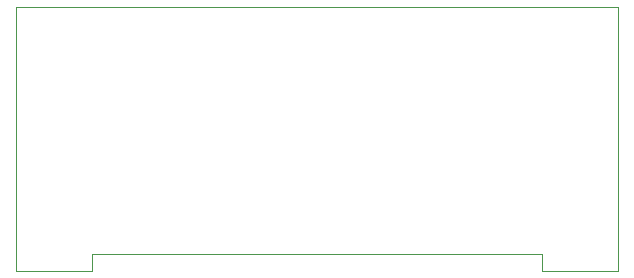
<source format=gbr>
G04 #@! TF.FileFunction,Profile,NP*
%FSLAX46Y46*%
G04 Gerber Fmt 4.6, Leading zero omitted, Abs format (unit mm)*
G04 Created by KiCad (PCBNEW (2015-06-16 BZR 5762, Git d3b3131)-product) date 9/30/2015 3:41:20 PM*
%MOMM*%
G01*
G04 APERTURE LIST*
%ADD10C,0.100000*%
G04 APERTURE END LIST*
D10*
X181823360Y-79618840D02*
X182072280Y-79618840D01*
X182074820Y-79606140D02*
X182074820Y-101932740D01*
X175597820Y-101930200D02*
X182059580Y-101930200D01*
X175595280Y-101935280D02*
X175595280Y-100502720D01*
X131061460Y-79618840D02*
X131061460Y-101945440D01*
X181815740Y-79618840D02*
X131064000Y-79618840D01*
X137538460Y-100507800D02*
X175595280Y-100507800D01*
X137538460Y-101940360D02*
X137538460Y-100507800D01*
X131064000Y-101945440D02*
X137525760Y-101945440D01*
M02*

</source>
